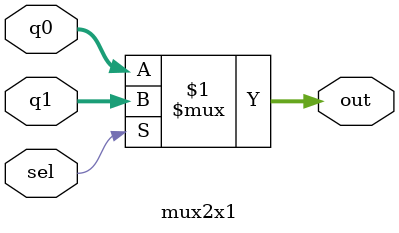
<source format=v>

module mux2x1 #(parameter WIDTH=32)
(
    output[WIDTH-1:0] out,
    input [WIDTH-1:0] q1,q0,
    input sel);
    assign out = sel ? q1:q0; 
    endmodule

</source>
